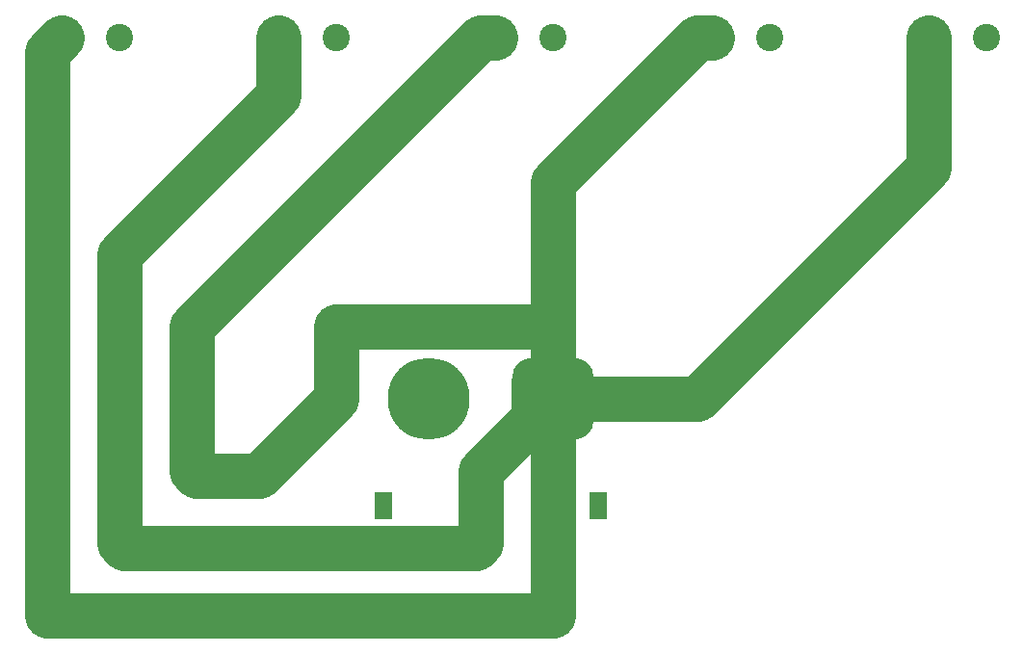
<source format=gbr>
%TF.GenerationSoftware,KiCad,Pcbnew,9.0.2*%
%TF.CreationDate,2025-08-22T13:53:24+02:00*%
%TF.ProjectId,PSU to buck,50535520-746f-4206-9275-636b2e6b6963,rev?*%
%TF.SameCoordinates,Original*%
%TF.FileFunction,Copper,L1,Top*%
%TF.FilePolarity,Positive*%
%FSLAX46Y46*%
G04 Gerber Fmt 4.6, Leading zero omitted, Abs format (unit mm)*
G04 Created by KiCad (PCBNEW 9.0.2) date 2025-08-22 13:53:24*
%MOMM*%
%LPD*%
G01*
G04 APERTURE LIST*
G04 Aperture macros list*
%AMRoundRect*
0 Rectangle with rounded corners*
0 $1 Rounding radius*
0 $2 $3 $4 $5 $6 $7 $8 $9 X,Y pos of 4 corners*
0 Add a 4 corners polygon primitive as box body*
4,1,4,$2,$3,$4,$5,$6,$7,$8,$9,$2,$3,0*
0 Add four circle primitives for the rounded corners*
1,1,$1+$1,$2,$3*
1,1,$1+$1,$4,$5*
1,1,$1+$1,$6,$7*
1,1,$1+$1,$8,$9*
0 Add four rect primitives between the rounded corners*
20,1,$1+$1,$2,$3,$4,$5,0*
20,1,$1+$1,$4,$5,$6,$7,0*
20,1,$1+$1,$6,$7,$8,$9,0*
20,1,$1+$1,$8,$9,$2,$3,0*%
G04 Aperture macros list end*
%TA.AperFunction,ComponentPad*%
%ADD10RoundRect,1.800000X1.800000X1.800000X-1.800000X1.800000X-1.800000X-1.800000X1.800000X-1.800000X0*%
%TD*%
%TA.AperFunction,ComponentPad*%
%ADD11C,7.200000*%
%TD*%
%TA.AperFunction,ComponentPad*%
%ADD12R,1.600000X2.400000*%
%TD*%
%TA.AperFunction,ComponentPad*%
%ADD13RoundRect,0.250001X-0.949999X-0.949999X0.949999X-0.949999X0.949999X0.949999X-0.949999X0.949999X0*%
%TD*%
%TA.AperFunction,ComponentPad*%
%ADD14C,2.400000*%
%TD*%
%TA.AperFunction,Conductor*%
%ADD15C,4.000000*%
%TD*%
G04 APERTURE END LIST*
D10*
%TO.P,J1,1,Pin_1*%
%TO.N,+12V*%
X82550000Y-82550000D03*
D11*
%TO.P,J1,2,Pin_2*%
%TO.N,GND*%
X71650002Y-82550000D03*
D12*
%TO.P,J1,MP*%
%TO.N,N/C*%
X86550000Y-91950000D03*
X67650000Y-91950000D03*
%TD*%
D13*
%TO.P,J3,1,Pin_1*%
%TO.N,+12V*%
X58420000Y-50800000D03*
D14*
%TO.P,J3,2,Pin_2*%
%TO.N,GND*%
X63500000Y-50800000D03*
%TD*%
D13*
%TO.P,J6,1,Pin_1*%
%TO.N,+12V*%
X115570000Y-50800000D03*
D14*
%TO.P,J6,2,Pin_2*%
%TO.N,GND*%
X120650000Y-50800000D03*
%TD*%
D13*
%TO.P,J5,1,Pin_1*%
%TO.N,+12V*%
X96520000Y-50800000D03*
D14*
%TO.P,J5,2,Pin_2*%
%TO.N,GND*%
X101600000Y-50800000D03*
%TD*%
D13*
%TO.P,J2,1,Pin_1*%
%TO.N,+12V*%
X39370000Y-50800000D03*
D14*
%TO.P,J2,2,Pin_2*%
%TO.N,GND*%
X44450000Y-50800000D03*
%TD*%
D13*
%TO.P,J4,1,Pin_1*%
%TO.N,+12V*%
X77470000Y-50800000D03*
D14*
%TO.P,J4,2,Pin_2*%
%TO.N,GND*%
X82550000Y-50800000D03*
%TD*%
D15*
%TO.N,+12V*%
X50800000Y-88900000D02*
X51201000Y-89301000D01*
X75799000Y-95651000D02*
X76200000Y-95250000D01*
X44450000Y-95250000D02*
X44851000Y-95651000D01*
X63500000Y-76200000D02*
X82550000Y-76200000D01*
X115570000Y-50800000D02*
X115570000Y-62230000D01*
X95250000Y-82550000D02*
X82550000Y-82550000D01*
X44851000Y-95651000D02*
X75799000Y-95651000D01*
X38100000Y-52070000D02*
X38100000Y-101600000D01*
X38100000Y-101600000D02*
X82550000Y-101600000D01*
X44450000Y-69850000D02*
X44450000Y-95250000D01*
X63500000Y-82550000D02*
X63500000Y-76200000D01*
X50800000Y-76200000D02*
X50800000Y-88900000D01*
X77470000Y-50800000D02*
X76200000Y-50800000D01*
X76200000Y-50800000D02*
X50800000Y-76200000D01*
X82550000Y-101600000D02*
X82550000Y-82550000D01*
X58420000Y-50800000D02*
X58420000Y-55880000D01*
X76200000Y-95250000D02*
X76200000Y-88900000D01*
X82550000Y-63500000D02*
X82550000Y-76200000D01*
X56749000Y-89301000D02*
X63500000Y-82550000D01*
X115570000Y-62230000D02*
X95250000Y-82550000D01*
X96520000Y-50800000D02*
X95250000Y-50800000D01*
X76200000Y-88900000D02*
X82550000Y-82550000D01*
X82550000Y-76200000D02*
X82550000Y-82550000D01*
X39370000Y-50800000D02*
X38100000Y-52070000D01*
X58420000Y-55880000D02*
X44450000Y-69850000D01*
X95250000Y-50800000D02*
X82550000Y-63500000D01*
X51201000Y-89301000D02*
X56749000Y-89301000D01*
%TD*%
M02*

</source>
